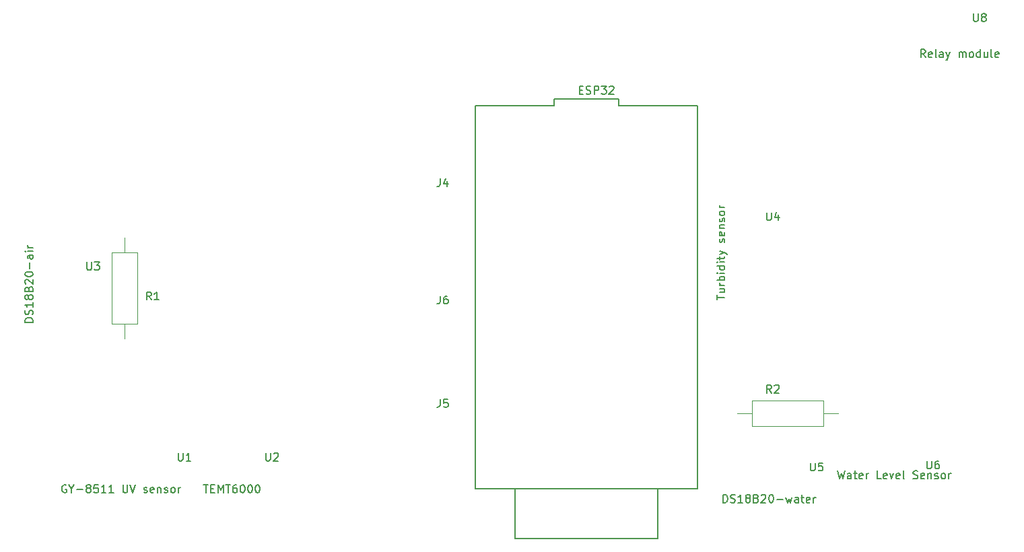
<source format=gbr>
%TF.GenerationSoftware,KiCad,Pcbnew,7.0.9*%
%TF.CreationDate,2024-02-04T14:24:30+02:00*%
%TF.ProjectId,Liubomir_Stanev_project,4c697562-6f6d-4697-925f-5374616e6576,rev?*%
%TF.SameCoordinates,Original*%
%TF.FileFunction,AssemblyDrawing,Top*%
%FSLAX46Y46*%
G04 Gerber Fmt 4.6, Leading zero omitted, Abs format (unit mm)*
G04 Created by KiCad (PCBNEW 7.0.9) date 2024-02-04 14:24:30*
%MOMM*%
%LPD*%
G01*
G04 APERTURE LIST*
%ADD10C,0.150000*%
%ADD11C,0.100000*%
%ADD12C,0.127000*%
G04 APERTURE END LIST*
D10*
X141238095Y-106454819D02*
X141238095Y-105454819D01*
X141238095Y-105454819D02*
X141476190Y-105454819D01*
X141476190Y-105454819D02*
X141619047Y-105502438D01*
X141619047Y-105502438D02*
X141714285Y-105597676D01*
X141714285Y-105597676D02*
X141761904Y-105692914D01*
X141761904Y-105692914D02*
X141809523Y-105883390D01*
X141809523Y-105883390D02*
X141809523Y-106026247D01*
X141809523Y-106026247D02*
X141761904Y-106216723D01*
X141761904Y-106216723D02*
X141714285Y-106311961D01*
X141714285Y-106311961D02*
X141619047Y-106407200D01*
X141619047Y-106407200D02*
X141476190Y-106454819D01*
X141476190Y-106454819D02*
X141238095Y-106454819D01*
X142190476Y-106407200D02*
X142333333Y-106454819D01*
X142333333Y-106454819D02*
X142571428Y-106454819D01*
X142571428Y-106454819D02*
X142666666Y-106407200D01*
X142666666Y-106407200D02*
X142714285Y-106359580D01*
X142714285Y-106359580D02*
X142761904Y-106264342D01*
X142761904Y-106264342D02*
X142761904Y-106169104D01*
X142761904Y-106169104D02*
X142714285Y-106073866D01*
X142714285Y-106073866D02*
X142666666Y-106026247D01*
X142666666Y-106026247D02*
X142571428Y-105978628D01*
X142571428Y-105978628D02*
X142380952Y-105931009D01*
X142380952Y-105931009D02*
X142285714Y-105883390D01*
X142285714Y-105883390D02*
X142238095Y-105835771D01*
X142238095Y-105835771D02*
X142190476Y-105740533D01*
X142190476Y-105740533D02*
X142190476Y-105645295D01*
X142190476Y-105645295D02*
X142238095Y-105550057D01*
X142238095Y-105550057D02*
X142285714Y-105502438D01*
X142285714Y-105502438D02*
X142380952Y-105454819D01*
X142380952Y-105454819D02*
X142619047Y-105454819D01*
X142619047Y-105454819D02*
X142761904Y-105502438D01*
X143714285Y-106454819D02*
X143142857Y-106454819D01*
X143428571Y-106454819D02*
X143428571Y-105454819D01*
X143428571Y-105454819D02*
X143333333Y-105597676D01*
X143333333Y-105597676D02*
X143238095Y-105692914D01*
X143238095Y-105692914D02*
X143142857Y-105740533D01*
X144285714Y-105883390D02*
X144190476Y-105835771D01*
X144190476Y-105835771D02*
X144142857Y-105788152D01*
X144142857Y-105788152D02*
X144095238Y-105692914D01*
X144095238Y-105692914D02*
X144095238Y-105645295D01*
X144095238Y-105645295D02*
X144142857Y-105550057D01*
X144142857Y-105550057D02*
X144190476Y-105502438D01*
X144190476Y-105502438D02*
X144285714Y-105454819D01*
X144285714Y-105454819D02*
X144476190Y-105454819D01*
X144476190Y-105454819D02*
X144571428Y-105502438D01*
X144571428Y-105502438D02*
X144619047Y-105550057D01*
X144619047Y-105550057D02*
X144666666Y-105645295D01*
X144666666Y-105645295D02*
X144666666Y-105692914D01*
X144666666Y-105692914D02*
X144619047Y-105788152D01*
X144619047Y-105788152D02*
X144571428Y-105835771D01*
X144571428Y-105835771D02*
X144476190Y-105883390D01*
X144476190Y-105883390D02*
X144285714Y-105883390D01*
X144285714Y-105883390D02*
X144190476Y-105931009D01*
X144190476Y-105931009D02*
X144142857Y-105978628D01*
X144142857Y-105978628D02*
X144095238Y-106073866D01*
X144095238Y-106073866D02*
X144095238Y-106264342D01*
X144095238Y-106264342D02*
X144142857Y-106359580D01*
X144142857Y-106359580D02*
X144190476Y-106407200D01*
X144190476Y-106407200D02*
X144285714Y-106454819D01*
X144285714Y-106454819D02*
X144476190Y-106454819D01*
X144476190Y-106454819D02*
X144571428Y-106407200D01*
X144571428Y-106407200D02*
X144619047Y-106359580D01*
X144619047Y-106359580D02*
X144666666Y-106264342D01*
X144666666Y-106264342D02*
X144666666Y-106073866D01*
X144666666Y-106073866D02*
X144619047Y-105978628D01*
X144619047Y-105978628D02*
X144571428Y-105931009D01*
X144571428Y-105931009D02*
X144476190Y-105883390D01*
X145428571Y-105931009D02*
X145571428Y-105978628D01*
X145571428Y-105978628D02*
X145619047Y-106026247D01*
X145619047Y-106026247D02*
X145666666Y-106121485D01*
X145666666Y-106121485D02*
X145666666Y-106264342D01*
X145666666Y-106264342D02*
X145619047Y-106359580D01*
X145619047Y-106359580D02*
X145571428Y-106407200D01*
X145571428Y-106407200D02*
X145476190Y-106454819D01*
X145476190Y-106454819D02*
X145095238Y-106454819D01*
X145095238Y-106454819D02*
X145095238Y-105454819D01*
X145095238Y-105454819D02*
X145428571Y-105454819D01*
X145428571Y-105454819D02*
X145523809Y-105502438D01*
X145523809Y-105502438D02*
X145571428Y-105550057D01*
X145571428Y-105550057D02*
X145619047Y-105645295D01*
X145619047Y-105645295D02*
X145619047Y-105740533D01*
X145619047Y-105740533D02*
X145571428Y-105835771D01*
X145571428Y-105835771D02*
X145523809Y-105883390D01*
X145523809Y-105883390D02*
X145428571Y-105931009D01*
X145428571Y-105931009D02*
X145095238Y-105931009D01*
X146047619Y-105550057D02*
X146095238Y-105502438D01*
X146095238Y-105502438D02*
X146190476Y-105454819D01*
X146190476Y-105454819D02*
X146428571Y-105454819D01*
X146428571Y-105454819D02*
X146523809Y-105502438D01*
X146523809Y-105502438D02*
X146571428Y-105550057D01*
X146571428Y-105550057D02*
X146619047Y-105645295D01*
X146619047Y-105645295D02*
X146619047Y-105740533D01*
X146619047Y-105740533D02*
X146571428Y-105883390D01*
X146571428Y-105883390D02*
X146000000Y-106454819D01*
X146000000Y-106454819D02*
X146619047Y-106454819D01*
X147238095Y-105454819D02*
X147333333Y-105454819D01*
X147333333Y-105454819D02*
X147428571Y-105502438D01*
X147428571Y-105502438D02*
X147476190Y-105550057D01*
X147476190Y-105550057D02*
X147523809Y-105645295D01*
X147523809Y-105645295D02*
X147571428Y-105835771D01*
X147571428Y-105835771D02*
X147571428Y-106073866D01*
X147571428Y-106073866D02*
X147523809Y-106264342D01*
X147523809Y-106264342D02*
X147476190Y-106359580D01*
X147476190Y-106359580D02*
X147428571Y-106407200D01*
X147428571Y-106407200D02*
X147333333Y-106454819D01*
X147333333Y-106454819D02*
X147238095Y-106454819D01*
X147238095Y-106454819D02*
X147142857Y-106407200D01*
X147142857Y-106407200D02*
X147095238Y-106359580D01*
X147095238Y-106359580D02*
X147047619Y-106264342D01*
X147047619Y-106264342D02*
X147000000Y-106073866D01*
X147000000Y-106073866D02*
X147000000Y-105835771D01*
X147000000Y-105835771D02*
X147047619Y-105645295D01*
X147047619Y-105645295D02*
X147095238Y-105550057D01*
X147095238Y-105550057D02*
X147142857Y-105502438D01*
X147142857Y-105502438D02*
X147238095Y-105454819D01*
X148000000Y-106073866D02*
X148761905Y-106073866D01*
X149142857Y-105788152D02*
X149333333Y-106454819D01*
X149333333Y-106454819D02*
X149523809Y-105978628D01*
X149523809Y-105978628D02*
X149714285Y-106454819D01*
X149714285Y-106454819D02*
X149904761Y-105788152D01*
X150714285Y-106454819D02*
X150714285Y-105931009D01*
X150714285Y-105931009D02*
X150666666Y-105835771D01*
X150666666Y-105835771D02*
X150571428Y-105788152D01*
X150571428Y-105788152D02*
X150380952Y-105788152D01*
X150380952Y-105788152D02*
X150285714Y-105835771D01*
X150714285Y-106407200D02*
X150619047Y-106454819D01*
X150619047Y-106454819D02*
X150380952Y-106454819D01*
X150380952Y-106454819D02*
X150285714Y-106407200D01*
X150285714Y-106407200D02*
X150238095Y-106311961D01*
X150238095Y-106311961D02*
X150238095Y-106216723D01*
X150238095Y-106216723D02*
X150285714Y-106121485D01*
X150285714Y-106121485D02*
X150380952Y-106073866D01*
X150380952Y-106073866D02*
X150619047Y-106073866D01*
X150619047Y-106073866D02*
X150714285Y-106026247D01*
X151047619Y-105788152D02*
X151428571Y-105788152D01*
X151190476Y-105454819D02*
X151190476Y-106311961D01*
X151190476Y-106311961D02*
X151238095Y-106407200D01*
X151238095Y-106407200D02*
X151333333Y-106454819D01*
X151333333Y-106454819D02*
X151428571Y-106454819D01*
X152142857Y-106407200D02*
X152047619Y-106454819D01*
X152047619Y-106454819D02*
X151857143Y-106454819D01*
X151857143Y-106454819D02*
X151761905Y-106407200D01*
X151761905Y-106407200D02*
X151714286Y-106311961D01*
X151714286Y-106311961D02*
X151714286Y-105931009D01*
X151714286Y-105931009D02*
X151761905Y-105835771D01*
X151761905Y-105835771D02*
X151857143Y-105788152D01*
X151857143Y-105788152D02*
X152047619Y-105788152D01*
X152047619Y-105788152D02*
X152142857Y-105835771D01*
X152142857Y-105835771D02*
X152190476Y-105931009D01*
X152190476Y-105931009D02*
X152190476Y-106026247D01*
X152190476Y-106026247D02*
X151714286Y-106121485D01*
X152619048Y-106454819D02*
X152619048Y-105788152D01*
X152619048Y-105978628D02*
X152666667Y-105883390D01*
X152666667Y-105883390D02*
X152714286Y-105835771D01*
X152714286Y-105835771D02*
X152809524Y-105788152D01*
X152809524Y-105788152D02*
X152904762Y-105788152D01*
X152238095Y-101454819D02*
X152238095Y-102264342D01*
X152238095Y-102264342D02*
X152285714Y-102359580D01*
X152285714Y-102359580D02*
X152333333Y-102407200D01*
X152333333Y-102407200D02*
X152428571Y-102454819D01*
X152428571Y-102454819D02*
X152619047Y-102454819D01*
X152619047Y-102454819D02*
X152714285Y-102407200D01*
X152714285Y-102407200D02*
X152761904Y-102359580D01*
X152761904Y-102359580D02*
X152809523Y-102264342D01*
X152809523Y-102264342D02*
X152809523Y-101454819D01*
X153761904Y-101454819D02*
X153285714Y-101454819D01*
X153285714Y-101454819D02*
X153238095Y-101931009D01*
X153238095Y-101931009D02*
X153285714Y-101883390D01*
X153285714Y-101883390D02*
X153380952Y-101835771D01*
X153380952Y-101835771D02*
X153619047Y-101835771D01*
X153619047Y-101835771D02*
X153714285Y-101883390D01*
X153714285Y-101883390D02*
X153761904Y-101931009D01*
X153761904Y-101931009D02*
X153809523Y-102026247D01*
X153809523Y-102026247D02*
X153809523Y-102264342D01*
X153809523Y-102264342D02*
X153761904Y-102359580D01*
X153761904Y-102359580D02*
X153714285Y-102407200D01*
X153714285Y-102407200D02*
X153619047Y-102454819D01*
X153619047Y-102454819D02*
X153380952Y-102454819D01*
X153380952Y-102454819D02*
X153285714Y-102407200D01*
X153285714Y-102407200D02*
X153238095Y-102359580D01*
X69333333Y-80954819D02*
X69000000Y-80478628D01*
X68761905Y-80954819D02*
X68761905Y-79954819D01*
X68761905Y-79954819D02*
X69142857Y-79954819D01*
X69142857Y-79954819D02*
X69238095Y-80002438D01*
X69238095Y-80002438D02*
X69285714Y-80050057D01*
X69285714Y-80050057D02*
X69333333Y-80145295D01*
X69333333Y-80145295D02*
X69333333Y-80288152D01*
X69333333Y-80288152D02*
X69285714Y-80383390D01*
X69285714Y-80383390D02*
X69238095Y-80431009D01*
X69238095Y-80431009D02*
X69142857Y-80478628D01*
X69142857Y-80478628D02*
X68761905Y-80478628D01*
X70285714Y-80954819D02*
X69714286Y-80954819D01*
X70000000Y-80954819D02*
X70000000Y-79954819D01*
X70000000Y-79954819D02*
X69904762Y-80097676D01*
X69904762Y-80097676D02*
X69809524Y-80192914D01*
X69809524Y-80192914D02*
X69714286Y-80240533D01*
X105666666Y-65704819D02*
X105666666Y-66419104D01*
X105666666Y-66419104D02*
X105619047Y-66561961D01*
X105619047Y-66561961D02*
X105523809Y-66657200D01*
X105523809Y-66657200D02*
X105380952Y-66704819D01*
X105380952Y-66704819D02*
X105285714Y-66704819D01*
X106571428Y-66038152D02*
X106571428Y-66704819D01*
X106333333Y-65657200D02*
X106095238Y-66371485D01*
X106095238Y-66371485D02*
X106714285Y-66371485D01*
X75904762Y-104204819D02*
X76476190Y-104204819D01*
X76190476Y-105204819D02*
X76190476Y-104204819D01*
X76809524Y-104681009D02*
X77142857Y-104681009D01*
X77285714Y-105204819D02*
X76809524Y-105204819D01*
X76809524Y-105204819D02*
X76809524Y-104204819D01*
X76809524Y-104204819D02*
X77285714Y-104204819D01*
X77714286Y-105204819D02*
X77714286Y-104204819D01*
X77714286Y-104204819D02*
X78047619Y-104919104D01*
X78047619Y-104919104D02*
X78380952Y-104204819D01*
X78380952Y-104204819D02*
X78380952Y-105204819D01*
X78714286Y-104204819D02*
X79285714Y-104204819D01*
X79000000Y-105204819D02*
X79000000Y-104204819D01*
X80047619Y-104204819D02*
X79857143Y-104204819D01*
X79857143Y-104204819D02*
X79761905Y-104252438D01*
X79761905Y-104252438D02*
X79714286Y-104300057D01*
X79714286Y-104300057D02*
X79619048Y-104442914D01*
X79619048Y-104442914D02*
X79571429Y-104633390D01*
X79571429Y-104633390D02*
X79571429Y-105014342D01*
X79571429Y-105014342D02*
X79619048Y-105109580D01*
X79619048Y-105109580D02*
X79666667Y-105157200D01*
X79666667Y-105157200D02*
X79761905Y-105204819D01*
X79761905Y-105204819D02*
X79952381Y-105204819D01*
X79952381Y-105204819D02*
X80047619Y-105157200D01*
X80047619Y-105157200D02*
X80095238Y-105109580D01*
X80095238Y-105109580D02*
X80142857Y-105014342D01*
X80142857Y-105014342D02*
X80142857Y-104776247D01*
X80142857Y-104776247D02*
X80095238Y-104681009D01*
X80095238Y-104681009D02*
X80047619Y-104633390D01*
X80047619Y-104633390D02*
X79952381Y-104585771D01*
X79952381Y-104585771D02*
X79761905Y-104585771D01*
X79761905Y-104585771D02*
X79666667Y-104633390D01*
X79666667Y-104633390D02*
X79619048Y-104681009D01*
X79619048Y-104681009D02*
X79571429Y-104776247D01*
X80761905Y-104204819D02*
X80857143Y-104204819D01*
X80857143Y-104204819D02*
X80952381Y-104252438D01*
X80952381Y-104252438D02*
X81000000Y-104300057D01*
X81000000Y-104300057D02*
X81047619Y-104395295D01*
X81047619Y-104395295D02*
X81095238Y-104585771D01*
X81095238Y-104585771D02*
X81095238Y-104823866D01*
X81095238Y-104823866D02*
X81047619Y-105014342D01*
X81047619Y-105014342D02*
X81000000Y-105109580D01*
X81000000Y-105109580D02*
X80952381Y-105157200D01*
X80952381Y-105157200D02*
X80857143Y-105204819D01*
X80857143Y-105204819D02*
X80761905Y-105204819D01*
X80761905Y-105204819D02*
X80666667Y-105157200D01*
X80666667Y-105157200D02*
X80619048Y-105109580D01*
X80619048Y-105109580D02*
X80571429Y-105014342D01*
X80571429Y-105014342D02*
X80523810Y-104823866D01*
X80523810Y-104823866D02*
X80523810Y-104585771D01*
X80523810Y-104585771D02*
X80571429Y-104395295D01*
X80571429Y-104395295D02*
X80619048Y-104300057D01*
X80619048Y-104300057D02*
X80666667Y-104252438D01*
X80666667Y-104252438D02*
X80761905Y-104204819D01*
X81714286Y-104204819D02*
X81809524Y-104204819D01*
X81809524Y-104204819D02*
X81904762Y-104252438D01*
X81904762Y-104252438D02*
X81952381Y-104300057D01*
X81952381Y-104300057D02*
X82000000Y-104395295D01*
X82000000Y-104395295D02*
X82047619Y-104585771D01*
X82047619Y-104585771D02*
X82047619Y-104823866D01*
X82047619Y-104823866D02*
X82000000Y-105014342D01*
X82000000Y-105014342D02*
X81952381Y-105109580D01*
X81952381Y-105109580D02*
X81904762Y-105157200D01*
X81904762Y-105157200D02*
X81809524Y-105204819D01*
X81809524Y-105204819D02*
X81714286Y-105204819D01*
X81714286Y-105204819D02*
X81619048Y-105157200D01*
X81619048Y-105157200D02*
X81571429Y-105109580D01*
X81571429Y-105109580D02*
X81523810Y-105014342D01*
X81523810Y-105014342D02*
X81476191Y-104823866D01*
X81476191Y-104823866D02*
X81476191Y-104585771D01*
X81476191Y-104585771D02*
X81523810Y-104395295D01*
X81523810Y-104395295D02*
X81571429Y-104300057D01*
X81571429Y-104300057D02*
X81619048Y-104252438D01*
X81619048Y-104252438D02*
X81714286Y-104204819D01*
X82666667Y-104204819D02*
X82761905Y-104204819D01*
X82761905Y-104204819D02*
X82857143Y-104252438D01*
X82857143Y-104252438D02*
X82904762Y-104300057D01*
X82904762Y-104300057D02*
X82952381Y-104395295D01*
X82952381Y-104395295D02*
X83000000Y-104585771D01*
X83000000Y-104585771D02*
X83000000Y-104823866D01*
X83000000Y-104823866D02*
X82952381Y-105014342D01*
X82952381Y-105014342D02*
X82904762Y-105109580D01*
X82904762Y-105109580D02*
X82857143Y-105157200D01*
X82857143Y-105157200D02*
X82761905Y-105204819D01*
X82761905Y-105204819D02*
X82666667Y-105204819D01*
X82666667Y-105204819D02*
X82571429Y-105157200D01*
X82571429Y-105157200D02*
X82523810Y-105109580D01*
X82523810Y-105109580D02*
X82476191Y-105014342D01*
X82476191Y-105014342D02*
X82428572Y-104823866D01*
X82428572Y-104823866D02*
X82428572Y-104585771D01*
X82428572Y-104585771D02*
X82476191Y-104395295D01*
X82476191Y-104395295D02*
X82523810Y-104300057D01*
X82523810Y-104300057D02*
X82571429Y-104252438D01*
X82571429Y-104252438D02*
X82666667Y-104204819D01*
X83738095Y-100204819D02*
X83738095Y-101014342D01*
X83738095Y-101014342D02*
X83785714Y-101109580D01*
X83785714Y-101109580D02*
X83833333Y-101157200D01*
X83833333Y-101157200D02*
X83928571Y-101204819D01*
X83928571Y-101204819D02*
X84119047Y-101204819D01*
X84119047Y-101204819D02*
X84214285Y-101157200D01*
X84214285Y-101157200D02*
X84261904Y-101109580D01*
X84261904Y-101109580D02*
X84309523Y-101014342D01*
X84309523Y-101014342D02*
X84309523Y-100204819D01*
X84738095Y-100300057D02*
X84785714Y-100252438D01*
X84785714Y-100252438D02*
X84880952Y-100204819D01*
X84880952Y-100204819D02*
X85119047Y-100204819D01*
X85119047Y-100204819D02*
X85214285Y-100252438D01*
X85214285Y-100252438D02*
X85261904Y-100300057D01*
X85261904Y-100300057D02*
X85309523Y-100395295D01*
X85309523Y-100395295D02*
X85309523Y-100490533D01*
X85309523Y-100490533D02*
X85261904Y-100633390D01*
X85261904Y-100633390D02*
X84690476Y-101204819D01*
X84690476Y-101204819D02*
X85309523Y-101204819D01*
X166690475Y-50454819D02*
X166357142Y-49978628D01*
X166119047Y-50454819D02*
X166119047Y-49454819D01*
X166119047Y-49454819D02*
X166499999Y-49454819D01*
X166499999Y-49454819D02*
X166595237Y-49502438D01*
X166595237Y-49502438D02*
X166642856Y-49550057D01*
X166642856Y-49550057D02*
X166690475Y-49645295D01*
X166690475Y-49645295D02*
X166690475Y-49788152D01*
X166690475Y-49788152D02*
X166642856Y-49883390D01*
X166642856Y-49883390D02*
X166595237Y-49931009D01*
X166595237Y-49931009D02*
X166499999Y-49978628D01*
X166499999Y-49978628D02*
X166119047Y-49978628D01*
X167499999Y-50407200D02*
X167404761Y-50454819D01*
X167404761Y-50454819D02*
X167214285Y-50454819D01*
X167214285Y-50454819D02*
X167119047Y-50407200D01*
X167119047Y-50407200D02*
X167071428Y-50311961D01*
X167071428Y-50311961D02*
X167071428Y-49931009D01*
X167071428Y-49931009D02*
X167119047Y-49835771D01*
X167119047Y-49835771D02*
X167214285Y-49788152D01*
X167214285Y-49788152D02*
X167404761Y-49788152D01*
X167404761Y-49788152D02*
X167499999Y-49835771D01*
X167499999Y-49835771D02*
X167547618Y-49931009D01*
X167547618Y-49931009D02*
X167547618Y-50026247D01*
X167547618Y-50026247D02*
X167071428Y-50121485D01*
X168119047Y-50454819D02*
X168023809Y-50407200D01*
X168023809Y-50407200D02*
X167976190Y-50311961D01*
X167976190Y-50311961D02*
X167976190Y-49454819D01*
X168928571Y-50454819D02*
X168928571Y-49931009D01*
X168928571Y-49931009D02*
X168880952Y-49835771D01*
X168880952Y-49835771D02*
X168785714Y-49788152D01*
X168785714Y-49788152D02*
X168595238Y-49788152D01*
X168595238Y-49788152D02*
X168500000Y-49835771D01*
X168928571Y-50407200D02*
X168833333Y-50454819D01*
X168833333Y-50454819D02*
X168595238Y-50454819D01*
X168595238Y-50454819D02*
X168500000Y-50407200D01*
X168500000Y-50407200D02*
X168452381Y-50311961D01*
X168452381Y-50311961D02*
X168452381Y-50216723D01*
X168452381Y-50216723D02*
X168500000Y-50121485D01*
X168500000Y-50121485D02*
X168595238Y-50073866D01*
X168595238Y-50073866D02*
X168833333Y-50073866D01*
X168833333Y-50073866D02*
X168928571Y-50026247D01*
X169309524Y-49788152D02*
X169547619Y-50454819D01*
X169785714Y-49788152D02*
X169547619Y-50454819D01*
X169547619Y-50454819D02*
X169452381Y-50692914D01*
X169452381Y-50692914D02*
X169404762Y-50740533D01*
X169404762Y-50740533D02*
X169309524Y-50788152D01*
X170928572Y-50454819D02*
X170928572Y-49788152D01*
X170928572Y-49883390D02*
X170976191Y-49835771D01*
X170976191Y-49835771D02*
X171071429Y-49788152D01*
X171071429Y-49788152D02*
X171214286Y-49788152D01*
X171214286Y-49788152D02*
X171309524Y-49835771D01*
X171309524Y-49835771D02*
X171357143Y-49931009D01*
X171357143Y-49931009D02*
X171357143Y-50454819D01*
X171357143Y-49931009D02*
X171404762Y-49835771D01*
X171404762Y-49835771D02*
X171500000Y-49788152D01*
X171500000Y-49788152D02*
X171642857Y-49788152D01*
X171642857Y-49788152D02*
X171738096Y-49835771D01*
X171738096Y-49835771D02*
X171785715Y-49931009D01*
X171785715Y-49931009D02*
X171785715Y-50454819D01*
X172404762Y-50454819D02*
X172309524Y-50407200D01*
X172309524Y-50407200D02*
X172261905Y-50359580D01*
X172261905Y-50359580D02*
X172214286Y-50264342D01*
X172214286Y-50264342D02*
X172214286Y-49978628D01*
X172214286Y-49978628D02*
X172261905Y-49883390D01*
X172261905Y-49883390D02*
X172309524Y-49835771D01*
X172309524Y-49835771D02*
X172404762Y-49788152D01*
X172404762Y-49788152D02*
X172547619Y-49788152D01*
X172547619Y-49788152D02*
X172642857Y-49835771D01*
X172642857Y-49835771D02*
X172690476Y-49883390D01*
X172690476Y-49883390D02*
X172738095Y-49978628D01*
X172738095Y-49978628D02*
X172738095Y-50264342D01*
X172738095Y-50264342D02*
X172690476Y-50359580D01*
X172690476Y-50359580D02*
X172642857Y-50407200D01*
X172642857Y-50407200D02*
X172547619Y-50454819D01*
X172547619Y-50454819D02*
X172404762Y-50454819D01*
X173595238Y-50454819D02*
X173595238Y-49454819D01*
X173595238Y-50407200D02*
X173500000Y-50454819D01*
X173500000Y-50454819D02*
X173309524Y-50454819D01*
X173309524Y-50454819D02*
X173214286Y-50407200D01*
X173214286Y-50407200D02*
X173166667Y-50359580D01*
X173166667Y-50359580D02*
X173119048Y-50264342D01*
X173119048Y-50264342D02*
X173119048Y-49978628D01*
X173119048Y-49978628D02*
X173166667Y-49883390D01*
X173166667Y-49883390D02*
X173214286Y-49835771D01*
X173214286Y-49835771D02*
X173309524Y-49788152D01*
X173309524Y-49788152D02*
X173500000Y-49788152D01*
X173500000Y-49788152D02*
X173595238Y-49835771D01*
X174500000Y-49788152D02*
X174500000Y-50454819D01*
X174071429Y-49788152D02*
X174071429Y-50311961D01*
X174071429Y-50311961D02*
X174119048Y-50407200D01*
X174119048Y-50407200D02*
X174214286Y-50454819D01*
X174214286Y-50454819D02*
X174357143Y-50454819D01*
X174357143Y-50454819D02*
X174452381Y-50407200D01*
X174452381Y-50407200D02*
X174500000Y-50359580D01*
X175119048Y-50454819D02*
X175023810Y-50407200D01*
X175023810Y-50407200D02*
X174976191Y-50311961D01*
X174976191Y-50311961D02*
X174976191Y-49454819D01*
X175880953Y-50407200D02*
X175785715Y-50454819D01*
X175785715Y-50454819D02*
X175595239Y-50454819D01*
X175595239Y-50454819D02*
X175500001Y-50407200D01*
X175500001Y-50407200D02*
X175452382Y-50311961D01*
X175452382Y-50311961D02*
X175452382Y-49931009D01*
X175452382Y-49931009D02*
X175500001Y-49835771D01*
X175500001Y-49835771D02*
X175595239Y-49788152D01*
X175595239Y-49788152D02*
X175785715Y-49788152D01*
X175785715Y-49788152D02*
X175880953Y-49835771D01*
X175880953Y-49835771D02*
X175928572Y-49931009D01*
X175928572Y-49931009D02*
X175928572Y-50026247D01*
X175928572Y-50026247D02*
X175452382Y-50121485D01*
X172738095Y-44954819D02*
X172738095Y-45764342D01*
X172738095Y-45764342D02*
X172785714Y-45859580D01*
X172785714Y-45859580D02*
X172833333Y-45907200D01*
X172833333Y-45907200D02*
X172928571Y-45954819D01*
X172928571Y-45954819D02*
X173119047Y-45954819D01*
X173119047Y-45954819D02*
X173214285Y-45907200D01*
X173214285Y-45907200D02*
X173261904Y-45859580D01*
X173261904Y-45859580D02*
X173309523Y-45764342D01*
X173309523Y-45764342D02*
X173309523Y-44954819D01*
X173928571Y-45383390D02*
X173833333Y-45335771D01*
X173833333Y-45335771D02*
X173785714Y-45288152D01*
X173785714Y-45288152D02*
X173738095Y-45192914D01*
X173738095Y-45192914D02*
X173738095Y-45145295D01*
X173738095Y-45145295D02*
X173785714Y-45050057D01*
X173785714Y-45050057D02*
X173833333Y-45002438D01*
X173833333Y-45002438D02*
X173928571Y-44954819D01*
X173928571Y-44954819D02*
X174119047Y-44954819D01*
X174119047Y-44954819D02*
X174214285Y-45002438D01*
X174214285Y-45002438D02*
X174261904Y-45050057D01*
X174261904Y-45050057D02*
X174309523Y-45145295D01*
X174309523Y-45145295D02*
X174309523Y-45192914D01*
X174309523Y-45192914D02*
X174261904Y-45288152D01*
X174261904Y-45288152D02*
X174214285Y-45335771D01*
X174214285Y-45335771D02*
X174119047Y-45383390D01*
X174119047Y-45383390D02*
X173928571Y-45383390D01*
X173928571Y-45383390D02*
X173833333Y-45431009D01*
X173833333Y-45431009D02*
X173785714Y-45478628D01*
X173785714Y-45478628D02*
X173738095Y-45573866D01*
X173738095Y-45573866D02*
X173738095Y-45764342D01*
X173738095Y-45764342D02*
X173785714Y-45859580D01*
X173785714Y-45859580D02*
X173833333Y-45907200D01*
X173833333Y-45907200D02*
X173928571Y-45954819D01*
X173928571Y-45954819D02*
X174119047Y-45954819D01*
X174119047Y-45954819D02*
X174214285Y-45907200D01*
X174214285Y-45907200D02*
X174261904Y-45859580D01*
X174261904Y-45859580D02*
X174309523Y-45764342D01*
X174309523Y-45764342D02*
X174309523Y-45573866D01*
X174309523Y-45573866D02*
X174261904Y-45478628D01*
X174261904Y-45478628D02*
X174214285Y-45431009D01*
X174214285Y-45431009D02*
X174119047Y-45383390D01*
X123177143Y-54546009D02*
X123510476Y-54546009D01*
X123653333Y-55069819D02*
X123177143Y-55069819D01*
X123177143Y-55069819D02*
X123177143Y-54069819D01*
X123177143Y-54069819D02*
X123653333Y-54069819D01*
X124034286Y-55022200D02*
X124177143Y-55069819D01*
X124177143Y-55069819D02*
X124415238Y-55069819D01*
X124415238Y-55069819D02*
X124510476Y-55022200D01*
X124510476Y-55022200D02*
X124558095Y-54974580D01*
X124558095Y-54974580D02*
X124605714Y-54879342D01*
X124605714Y-54879342D02*
X124605714Y-54784104D01*
X124605714Y-54784104D02*
X124558095Y-54688866D01*
X124558095Y-54688866D02*
X124510476Y-54641247D01*
X124510476Y-54641247D02*
X124415238Y-54593628D01*
X124415238Y-54593628D02*
X124224762Y-54546009D01*
X124224762Y-54546009D02*
X124129524Y-54498390D01*
X124129524Y-54498390D02*
X124081905Y-54450771D01*
X124081905Y-54450771D02*
X124034286Y-54355533D01*
X124034286Y-54355533D02*
X124034286Y-54260295D01*
X124034286Y-54260295D02*
X124081905Y-54165057D01*
X124081905Y-54165057D02*
X124129524Y-54117438D01*
X124129524Y-54117438D02*
X124224762Y-54069819D01*
X124224762Y-54069819D02*
X124462857Y-54069819D01*
X124462857Y-54069819D02*
X124605714Y-54117438D01*
X125034286Y-55069819D02*
X125034286Y-54069819D01*
X125034286Y-54069819D02*
X125415238Y-54069819D01*
X125415238Y-54069819D02*
X125510476Y-54117438D01*
X125510476Y-54117438D02*
X125558095Y-54165057D01*
X125558095Y-54165057D02*
X125605714Y-54260295D01*
X125605714Y-54260295D02*
X125605714Y-54403152D01*
X125605714Y-54403152D02*
X125558095Y-54498390D01*
X125558095Y-54498390D02*
X125510476Y-54546009D01*
X125510476Y-54546009D02*
X125415238Y-54593628D01*
X125415238Y-54593628D02*
X125034286Y-54593628D01*
X125939048Y-54069819D02*
X126558095Y-54069819D01*
X126558095Y-54069819D02*
X126224762Y-54450771D01*
X126224762Y-54450771D02*
X126367619Y-54450771D01*
X126367619Y-54450771D02*
X126462857Y-54498390D01*
X126462857Y-54498390D02*
X126510476Y-54546009D01*
X126510476Y-54546009D02*
X126558095Y-54641247D01*
X126558095Y-54641247D02*
X126558095Y-54879342D01*
X126558095Y-54879342D02*
X126510476Y-54974580D01*
X126510476Y-54974580D02*
X126462857Y-55022200D01*
X126462857Y-55022200D02*
X126367619Y-55069819D01*
X126367619Y-55069819D02*
X126081905Y-55069819D01*
X126081905Y-55069819D02*
X125986667Y-55022200D01*
X125986667Y-55022200D02*
X125939048Y-54974580D01*
X126939048Y-54165057D02*
X126986667Y-54117438D01*
X126986667Y-54117438D02*
X127081905Y-54069819D01*
X127081905Y-54069819D02*
X127320000Y-54069819D01*
X127320000Y-54069819D02*
X127415238Y-54117438D01*
X127415238Y-54117438D02*
X127462857Y-54165057D01*
X127462857Y-54165057D02*
X127510476Y-54260295D01*
X127510476Y-54260295D02*
X127510476Y-54355533D01*
X127510476Y-54355533D02*
X127462857Y-54498390D01*
X127462857Y-54498390D02*
X126891429Y-55069819D01*
X126891429Y-55069819D02*
X127510476Y-55069819D01*
X105666666Y-80454819D02*
X105666666Y-81169104D01*
X105666666Y-81169104D02*
X105619047Y-81311961D01*
X105619047Y-81311961D02*
X105523809Y-81407200D01*
X105523809Y-81407200D02*
X105380952Y-81454819D01*
X105380952Y-81454819D02*
X105285714Y-81454819D01*
X106571428Y-80454819D02*
X106380952Y-80454819D01*
X106380952Y-80454819D02*
X106285714Y-80502438D01*
X106285714Y-80502438D02*
X106238095Y-80550057D01*
X106238095Y-80550057D02*
X106142857Y-80692914D01*
X106142857Y-80692914D02*
X106095238Y-80883390D01*
X106095238Y-80883390D02*
X106095238Y-81264342D01*
X106095238Y-81264342D02*
X106142857Y-81359580D01*
X106142857Y-81359580D02*
X106190476Y-81407200D01*
X106190476Y-81407200D02*
X106285714Y-81454819D01*
X106285714Y-81454819D02*
X106476190Y-81454819D01*
X106476190Y-81454819D02*
X106571428Y-81407200D01*
X106571428Y-81407200D02*
X106619047Y-81359580D01*
X106619047Y-81359580D02*
X106666666Y-81264342D01*
X106666666Y-81264342D02*
X106666666Y-81026247D01*
X106666666Y-81026247D02*
X106619047Y-80931009D01*
X106619047Y-80931009D02*
X106571428Y-80883390D01*
X106571428Y-80883390D02*
X106476190Y-80835771D01*
X106476190Y-80835771D02*
X106285714Y-80835771D01*
X106285714Y-80835771D02*
X106190476Y-80883390D01*
X106190476Y-80883390D02*
X106142857Y-80931009D01*
X106142857Y-80931009D02*
X106095238Y-81026247D01*
X105666666Y-93454819D02*
X105666666Y-94169104D01*
X105666666Y-94169104D02*
X105619047Y-94311961D01*
X105619047Y-94311961D02*
X105523809Y-94407200D01*
X105523809Y-94407200D02*
X105380952Y-94454819D01*
X105380952Y-94454819D02*
X105285714Y-94454819D01*
X106619047Y-93454819D02*
X106142857Y-93454819D01*
X106142857Y-93454819D02*
X106095238Y-93931009D01*
X106095238Y-93931009D02*
X106142857Y-93883390D01*
X106142857Y-93883390D02*
X106238095Y-93835771D01*
X106238095Y-93835771D02*
X106476190Y-93835771D01*
X106476190Y-93835771D02*
X106571428Y-93883390D01*
X106571428Y-93883390D02*
X106619047Y-93931009D01*
X106619047Y-93931009D02*
X106666666Y-94026247D01*
X106666666Y-94026247D02*
X106666666Y-94264342D01*
X106666666Y-94264342D02*
X106619047Y-94359580D01*
X106619047Y-94359580D02*
X106571428Y-94407200D01*
X106571428Y-94407200D02*
X106476190Y-94454819D01*
X106476190Y-94454819D02*
X106238095Y-94454819D01*
X106238095Y-94454819D02*
X106142857Y-94407200D01*
X106142857Y-94407200D02*
X106095238Y-94359580D01*
X147333333Y-92654819D02*
X147000000Y-92178628D01*
X146761905Y-92654819D02*
X146761905Y-91654819D01*
X146761905Y-91654819D02*
X147142857Y-91654819D01*
X147142857Y-91654819D02*
X147238095Y-91702438D01*
X147238095Y-91702438D02*
X147285714Y-91750057D01*
X147285714Y-91750057D02*
X147333333Y-91845295D01*
X147333333Y-91845295D02*
X147333333Y-91988152D01*
X147333333Y-91988152D02*
X147285714Y-92083390D01*
X147285714Y-92083390D02*
X147238095Y-92131009D01*
X147238095Y-92131009D02*
X147142857Y-92178628D01*
X147142857Y-92178628D02*
X146761905Y-92178628D01*
X147714286Y-91750057D02*
X147761905Y-91702438D01*
X147761905Y-91702438D02*
X147857143Y-91654819D01*
X147857143Y-91654819D02*
X148095238Y-91654819D01*
X148095238Y-91654819D02*
X148190476Y-91702438D01*
X148190476Y-91702438D02*
X148238095Y-91750057D01*
X148238095Y-91750057D02*
X148285714Y-91845295D01*
X148285714Y-91845295D02*
X148285714Y-91940533D01*
X148285714Y-91940533D02*
X148238095Y-92083390D01*
X148238095Y-92083390D02*
X147666667Y-92654819D01*
X147666667Y-92654819D02*
X148285714Y-92654819D01*
X155677760Y-102454819D02*
X155915855Y-103454819D01*
X155915855Y-103454819D02*
X156106331Y-102740533D01*
X156106331Y-102740533D02*
X156296807Y-103454819D01*
X156296807Y-103454819D02*
X156534903Y-102454819D01*
X157344426Y-103454819D02*
X157344426Y-102931009D01*
X157344426Y-102931009D02*
X157296807Y-102835771D01*
X157296807Y-102835771D02*
X157201569Y-102788152D01*
X157201569Y-102788152D02*
X157011093Y-102788152D01*
X157011093Y-102788152D02*
X156915855Y-102835771D01*
X157344426Y-103407200D02*
X157249188Y-103454819D01*
X157249188Y-103454819D02*
X157011093Y-103454819D01*
X157011093Y-103454819D02*
X156915855Y-103407200D01*
X156915855Y-103407200D02*
X156868236Y-103311961D01*
X156868236Y-103311961D02*
X156868236Y-103216723D01*
X156868236Y-103216723D02*
X156915855Y-103121485D01*
X156915855Y-103121485D02*
X157011093Y-103073866D01*
X157011093Y-103073866D02*
X157249188Y-103073866D01*
X157249188Y-103073866D02*
X157344426Y-103026247D01*
X157677760Y-102788152D02*
X158058712Y-102788152D01*
X157820617Y-102454819D02*
X157820617Y-103311961D01*
X157820617Y-103311961D02*
X157868236Y-103407200D01*
X157868236Y-103407200D02*
X157963474Y-103454819D01*
X157963474Y-103454819D02*
X158058712Y-103454819D01*
X158772998Y-103407200D02*
X158677760Y-103454819D01*
X158677760Y-103454819D02*
X158487284Y-103454819D01*
X158487284Y-103454819D02*
X158392046Y-103407200D01*
X158392046Y-103407200D02*
X158344427Y-103311961D01*
X158344427Y-103311961D02*
X158344427Y-102931009D01*
X158344427Y-102931009D02*
X158392046Y-102835771D01*
X158392046Y-102835771D02*
X158487284Y-102788152D01*
X158487284Y-102788152D02*
X158677760Y-102788152D01*
X158677760Y-102788152D02*
X158772998Y-102835771D01*
X158772998Y-102835771D02*
X158820617Y-102931009D01*
X158820617Y-102931009D02*
X158820617Y-103026247D01*
X158820617Y-103026247D02*
X158344427Y-103121485D01*
X159249189Y-103454819D02*
X159249189Y-102788152D01*
X159249189Y-102978628D02*
X159296808Y-102883390D01*
X159296808Y-102883390D02*
X159344427Y-102835771D01*
X159344427Y-102835771D02*
X159439665Y-102788152D01*
X159439665Y-102788152D02*
X159534903Y-102788152D01*
X161106332Y-103454819D02*
X160630142Y-103454819D01*
X160630142Y-103454819D02*
X160630142Y-102454819D01*
X161820618Y-103407200D02*
X161725380Y-103454819D01*
X161725380Y-103454819D02*
X161534904Y-103454819D01*
X161534904Y-103454819D02*
X161439666Y-103407200D01*
X161439666Y-103407200D02*
X161392047Y-103311961D01*
X161392047Y-103311961D02*
X161392047Y-102931009D01*
X161392047Y-102931009D02*
X161439666Y-102835771D01*
X161439666Y-102835771D02*
X161534904Y-102788152D01*
X161534904Y-102788152D02*
X161725380Y-102788152D01*
X161725380Y-102788152D02*
X161820618Y-102835771D01*
X161820618Y-102835771D02*
X161868237Y-102931009D01*
X161868237Y-102931009D02*
X161868237Y-103026247D01*
X161868237Y-103026247D02*
X161392047Y-103121485D01*
X162201571Y-102788152D02*
X162439666Y-103454819D01*
X162439666Y-103454819D02*
X162677761Y-102788152D01*
X163439666Y-103407200D02*
X163344428Y-103454819D01*
X163344428Y-103454819D02*
X163153952Y-103454819D01*
X163153952Y-103454819D02*
X163058714Y-103407200D01*
X163058714Y-103407200D02*
X163011095Y-103311961D01*
X163011095Y-103311961D02*
X163011095Y-102931009D01*
X163011095Y-102931009D02*
X163058714Y-102835771D01*
X163058714Y-102835771D02*
X163153952Y-102788152D01*
X163153952Y-102788152D02*
X163344428Y-102788152D01*
X163344428Y-102788152D02*
X163439666Y-102835771D01*
X163439666Y-102835771D02*
X163487285Y-102931009D01*
X163487285Y-102931009D02*
X163487285Y-103026247D01*
X163487285Y-103026247D02*
X163011095Y-103121485D01*
X164058714Y-103454819D02*
X163963476Y-103407200D01*
X163963476Y-103407200D02*
X163915857Y-103311961D01*
X163915857Y-103311961D02*
X163915857Y-102454819D01*
X165153953Y-103407200D02*
X165296810Y-103454819D01*
X165296810Y-103454819D02*
X165534905Y-103454819D01*
X165534905Y-103454819D02*
X165630143Y-103407200D01*
X165630143Y-103407200D02*
X165677762Y-103359580D01*
X165677762Y-103359580D02*
X165725381Y-103264342D01*
X165725381Y-103264342D02*
X165725381Y-103169104D01*
X165725381Y-103169104D02*
X165677762Y-103073866D01*
X165677762Y-103073866D02*
X165630143Y-103026247D01*
X165630143Y-103026247D02*
X165534905Y-102978628D01*
X165534905Y-102978628D02*
X165344429Y-102931009D01*
X165344429Y-102931009D02*
X165249191Y-102883390D01*
X165249191Y-102883390D02*
X165201572Y-102835771D01*
X165201572Y-102835771D02*
X165153953Y-102740533D01*
X165153953Y-102740533D02*
X165153953Y-102645295D01*
X165153953Y-102645295D02*
X165201572Y-102550057D01*
X165201572Y-102550057D02*
X165249191Y-102502438D01*
X165249191Y-102502438D02*
X165344429Y-102454819D01*
X165344429Y-102454819D02*
X165582524Y-102454819D01*
X165582524Y-102454819D02*
X165725381Y-102502438D01*
X166534905Y-103407200D02*
X166439667Y-103454819D01*
X166439667Y-103454819D02*
X166249191Y-103454819D01*
X166249191Y-103454819D02*
X166153953Y-103407200D01*
X166153953Y-103407200D02*
X166106334Y-103311961D01*
X166106334Y-103311961D02*
X166106334Y-102931009D01*
X166106334Y-102931009D02*
X166153953Y-102835771D01*
X166153953Y-102835771D02*
X166249191Y-102788152D01*
X166249191Y-102788152D02*
X166439667Y-102788152D01*
X166439667Y-102788152D02*
X166534905Y-102835771D01*
X166534905Y-102835771D02*
X166582524Y-102931009D01*
X166582524Y-102931009D02*
X166582524Y-103026247D01*
X166582524Y-103026247D02*
X166106334Y-103121485D01*
X167011096Y-102788152D02*
X167011096Y-103454819D01*
X167011096Y-102883390D02*
X167058715Y-102835771D01*
X167058715Y-102835771D02*
X167153953Y-102788152D01*
X167153953Y-102788152D02*
X167296810Y-102788152D01*
X167296810Y-102788152D02*
X167392048Y-102835771D01*
X167392048Y-102835771D02*
X167439667Y-102931009D01*
X167439667Y-102931009D02*
X167439667Y-103454819D01*
X167868239Y-103407200D02*
X167963477Y-103454819D01*
X167963477Y-103454819D02*
X168153953Y-103454819D01*
X168153953Y-103454819D02*
X168249191Y-103407200D01*
X168249191Y-103407200D02*
X168296810Y-103311961D01*
X168296810Y-103311961D02*
X168296810Y-103264342D01*
X168296810Y-103264342D02*
X168249191Y-103169104D01*
X168249191Y-103169104D02*
X168153953Y-103121485D01*
X168153953Y-103121485D02*
X168011096Y-103121485D01*
X168011096Y-103121485D02*
X167915858Y-103073866D01*
X167915858Y-103073866D02*
X167868239Y-102978628D01*
X167868239Y-102978628D02*
X167868239Y-102931009D01*
X167868239Y-102931009D02*
X167915858Y-102835771D01*
X167915858Y-102835771D02*
X168011096Y-102788152D01*
X168011096Y-102788152D02*
X168153953Y-102788152D01*
X168153953Y-102788152D02*
X168249191Y-102835771D01*
X168868239Y-103454819D02*
X168773001Y-103407200D01*
X168773001Y-103407200D02*
X168725382Y-103359580D01*
X168725382Y-103359580D02*
X168677763Y-103264342D01*
X168677763Y-103264342D02*
X168677763Y-102978628D01*
X168677763Y-102978628D02*
X168725382Y-102883390D01*
X168725382Y-102883390D02*
X168773001Y-102835771D01*
X168773001Y-102835771D02*
X168868239Y-102788152D01*
X168868239Y-102788152D02*
X169011096Y-102788152D01*
X169011096Y-102788152D02*
X169106334Y-102835771D01*
X169106334Y-102835771D02*
X169153953Y-102883390D01*
X169153953Y-102883390D02*
X169201572Y-102978628D01*
X169201572Y-102978628D02*
X169201572Y-103264342D01*
X169201572Y-103264342D02*
X169153953Y-103359580D01*
X169153953Y-103359580D02*
X169106334Y-103407200D01*
X169106334Y-103407200D02*
X169011096Y-103454819D01*
X169011096Y-103454819D02*
X168868239Y-103454819D01*
X169630144Y-103454819D02*
X169630144Y-102788152D01*
X169630144Y-102978628D02*
X169677763Y-102883390D01*
X169677763Y-102883390D02*
X169725382Y-102835771D01*
X169725382Y-102835771D02*
X169820620Y-102788152D01*
X169820620Y-102788152D02*
X169915858Y-102788152D01*
X166885095Y-101204819D02*
X166885095Y-102014342D01*
X166885095Y-102014342D02*
X166932714Y-102109580D01*
X166932714Y-102109580D02*
X166980333Y-102157200D01*
X166980333Y-102157200D02*
X167075571Y-102204819D01*
X167075571Y-102204819D02*
X167266047Y-102204819D01*
X167266047Y-102204819D02*
X167361285Y-102157200D01*
X167361285Y-102157200D02*
X167408904Y-102109580D01*
X167408904Y-102109580D02*
X167456523Y-102014342D01*
X167456523Y-102014342D02*
X167456523Y-101204819D01*
X168361285Y-101204819D02*
X168170809Y-101204819D01*
X168170809Y-101204819D02*
X168075571Y-101252438D01*
X168075571Y-101252438D02*
X168027952Y-101300057D01*
X168027952Y-101300057D02*
X167932714Y-101442914D01*
X167932714Y-101442914D02*
X167885095Y-101633390D01*
X167885095Y-101633390D02*
X167885095Y-102014342D01*
X167885095Y-102014342D02*
X167932714Y-102109580D01*
X167932714Y-102109580D02*
X167980333Y-102157200D01*
X167980333Y-102157200D02*
X168075571Y-102204819D01*
X168075571Y-102204819D02*
X168266047Y-102204819D01*
X168266047Y-102204819D02*
X168361285Y-102157200D01*
X168361285Y-102157200D02*
X168408904Y-102109580D01*
X168408904Y-102109580D02*
X168456523Y-102014342D01*
X168456523Y-102014342D02*
X168456523Y-101776247D01*
X168456523Y-101776247D02*
X168408904Y-101681009D01*
X168408904Y-101681009D02*
X168361285Y-101633390D01*
X168361285Y-101633390D02*
X168266047Y-101585771D01*
X168266047Y-101585771D02*
X168075571Y-101585771D01*
X168075571Y-101585771D02*
X167980333Y-101633390D01*
X167980333Y-101633390D02*
X167932714Y-101681009D01*
X167932714Y-101681009D02*
X167885095Y-101776247D01*
X54454819Y-83761904D02*
X53454819Y-83761904D01*
X53454819Y-83761904D02*
X53454819Y-83523809D01*
X53454819Y-83523809D02*
X53502438Y-83380952D01*
X53502438Y-83380952D02*
X53597676Y-83285714D01*
X53597676Y-83285714D02*
X53692914Y-83238095D01*
X53692914Y-83238095D02*
X53883390Y-83190476D01*
X53883390Y-83190476D02*
X54026247Y-83190476D01*
X54026247Y-83190476D02*
X54216723Y-83238095D01*
X54216723Y-83238095D02*
X54311961Y-83285714D01*
X54311961Y-83285714D02*
X54407200Y-83380952D01*
X54407200Y-83380952D02*
X54454819Y-83523809D01*
X54454819Y-83523809D02*
X54454819Y-83761904D01*
X54407200Y-82809523D02*
X54454819Y-82666666D01*
X54454819Y-82666666D02*
X54454819Y-82428571D01*
X54454819Y-82428571D02*
X54407200Y-82333333D01*
X54407200Y-82333333D02*
X54359580Y-82285714D01*
X54359580Y-82285714D02*
X54264342Y-82238095D01*
X54264342Y-82238095D02*
X54169104Y-82238095D01*
X54169104Y-82238095D02*
X54073866Y-82285714D01*
X54073866Y-82285714D02*
X54026247Y-82333333D01*
X54026247Y-82333333D02*
X53978628Y-82428571D01*
X53978628Y-82428571D02*
X53931009Y-82619047D01*
X53931009Y-82619047D02*
X53883390Y-82714285D01*
X53883390Y-82714285D02*
X53835771Y-82761904D01*
X53835771Y-82761904D02*
X53740533Y-82809523D01*
X53740533Y-82809523D02*
X53645295Y-82809523D01*
X53645295Y-82809523D02*
X53550057Y-82761904D01*
X53550057Y-82761904D02*
X53502438Y-82714285D01*
X53502438Y-82714285D02*
X53454819Y-82619047D01*
X53454819Y-82619047D02*
X53454819Y-82380952D01*
X53454819Y-82380952D02*
X53502438Y-82238095D01*
X54454819Y-81285714D02*
X54454819Y-81857142D01*
X54454819Y-81571428D02*
X53454819Y-81571428D01*
X53454819Y-81571428D02*
X53597676Y-81666666D01*
X53597676Y-81666666D02*
X53692914Y-81761904D01*
X53692914Y-81761904D02*
X53740533Y-81857142D01*
X53883390Y-80714285D02*
X53835771Y-80809523D01*
X53835771Y-80809523D02*
X53788152Y-80857142D01*
X53788152Y-80857142D02*
X53692914Y-80904761D01*
X53692914Y-80904761D02*
X53645295Y-80904761D01*
X53645295Y-80904761D02*
X53550057Y-80857142D01*
X53550057Y-80857142D02*
X53502438Y-80809523D01*
X53502438Y-80809523D02*
X53454819Y-80714285D01*
X53454819Y-80714285D02*
X53454819Y-80523809D01*
X53454819Y-80523809D02*
X53502438Y-80428571D01*
X53502438Y-80428571D02*
X53550057Y-80380952D01*
X53550057Y-80380952D02*
X53645295Y-80333333D01*
X53645295Y-80333333D02*
X53692914Y-80333333D01*
X53692914Y-80333333D02*
X53788152Y-80380952D01*
X53788152Y-80380952D02*
X53835771Y-80428571D01*
X53835771Y-80428571D02*
X53883390Y-80523809D01*
X53883390Y-80523809D02*
X53883390Y-80714285D01*
X53883390Y-80714285D02*
X53931009Y-80809523D01*
X53931009Y-80809523D02*
X53978628Y-80857142D01*
X53978628Y-80857142D02*
X54073866Y-80904761D01*
X54073866Y-80904761D02*
X54264342Y-80904761D01*
X54264342Y-80904761D02*
X54359580Y-80857142D01*
X54359580Y-80857142D02*
X54407200Y-80809523D01*
X54407200Y-80809523D02*
X54454819Y-80714285D01*
X54454819Y-80714285D02*
X54454819Y-80523809D01*
X54454819Y-80523809D02*
X54407200Y-80428571D01*
X54407200Y-80428571D02*
X54359580Y-80380952D01*
X54359580Y-80380952D02*
X54264342Y-80333333D01*
X54264342Y-80333333D02*
X54073866Y-80333333D01*
X54073866Y-80333333D02*
X53978628Y-80380952D01*
X53978628Y-80380952D02*
X53931009Y-80428571D01*
X53931009Y-80428571D02*
X53883390Y-80523809D01*
X53931009Y-79571428D02*
X53978628Y-79428571D01*
X53978628Y-79428571D02*
X54026247Y-79380952D01*
X54026247Y-79380952D02*
X54121485Y-79333333D01*
X54121485Y-79333333D02*
X54264342Y-79333333D01*
X54264342Y-79333333D02*
X54359580Y-79380952D01*
X54359580Y-79380952D02*
X54407200Y-79428571D01*
X54407200Y-79428571D02*
X54454819Y-79523809D01*
X54454819Y-79523809D02*
X54454819Y-79904761D01*
X54454819Y-79904761D02*
X53454819Y-79904761D01*
X53454819Y-79904761D02*
X53454819Y-79571428D01*
X53454819Y-79571428D02*
X53502438Y-79476190D01*
X53502438Y-79476190D02*
X53550057Y-79428571D01*
X53550057Y-79428571D02*
X53645295Y-79380952D01*
X53645295Y-79380952D02*
X53740533Y-79380952D01*
X53740533Y-79380952D02*
X53835771Y-79428571D01*
X53835771Y-79428571D02*
X53883390Y-79476190D01*
X53883390Y-79476190D02*
X53931009Y-79571428D01*
X53931009Y-79571428D02*
X53931009Y-79904761D01*
X53550057Y-78952380D02*
X53502438Y-78904761D01*
X53502438Y-78904761D02*
X53454819Y-78809523D01*
X53454819Y-78809523D02*
X53454819Y-78571428D01*
X53454819Y-78571428D02*
X53502438Y-78476190D01*
X53502438Y-78476190D02*
X53550057Y-78428571D01*
X53550057Y-78428571D02*
X53645295Y-78380952D01*
X53645295Y-78380952D02*
X53740533Y-78380952D01*
X53740533Y-78380952D02*
X53883390Y-78428571D01*
X53883390Y-78428571D02*
X54454819Y-78999999D01*
X54454819Y-78999999D02*
X54454819Y-78380952D01*
X53454819Y-77761904D02*
X53454819Y-77666666D01*
X53454819Y-77666666D02*
X53502438Y-77571428D01*
X53502438Y-77571428D02*
X53550057Y-77523809D01*
X53550057Y-77523809D02*
X53645295Y-77476190D01*
X53645295Y-77476190D02*
X53835771Y-77428571D01*
X53835771Y-77428571D02*
X54073866Y-77428571D01*
X54073866Y-77428571D02*
X54264342Y-77476190D01*
X54264342Y-77476190D02*
X54359580Y-77523809D01*
X54359580Y-77523809D02*
X54407200Y-77571428D01*
X54407200Y-77571428D02*
X54454819Y-77666666D01*
X54454819Y-77666666D02*
X54454819Y-77761904D01*
X54454819Y-77761904D02*
X54407200Y-77857142D01*
X54407200Y-77857142D02*
X54359580Y-77904761D01*
X54359580Y-77904761D02*
X54264342Y-77952380D01*
X54264342Y-77952380D02*
X54073866Y-77999999D01*
X54073866Y-77999999D02*
X53835771Y-77999999D01*
X53835771Y-77999999D02*
X53645295Y-77952380D01*
X53645295Y-77952380D02*
X53550057Y-77904761D01*
X53550057Y-77904761D02*
X53502438Y-77857142D01*
X53502438Y-77857142D02*
X53454819Y-77761904D01*
X54073866Y-76999999D02*
X54073866Y-76238095D01*
X54454819Y-75333333D02*
X53931009Y-75333333D01*
X53931009Y-75333333D02*
X53835771Y-75380952D01*
X53835771Y-75380952D02*
X53788152Y-75476190D01*
X53788152Y-75476190D02*
X53788152Y-75666666D01*
X53788152Y-75666666D02*
X53835771Y-75761904D01*
X54407200Y-75333333D02*
X54454819Y-75428571D01*
X54454819Y-75428571D02*
X54454819Y-75666666D01*
X54454819Y-75666666D02*
X54407200Y-75761904D01*
X54407200Y-75761904D02*
X54311961Y-75809523D01*
X54311961Y-75809523D02*
X54216723Y-75809523D01*
X54216723Y-75809523D02*
X54121485Y-75761904D01*
X54121485Y-75761904D02*
X54073866Y-75666666D01*
X54073866Y-75666666D02*
X54073866Y-75428571D01*
X54073866Y-75428571D02*
X54026247Y-75333333D01*
X54454819Y-74857142D02*
X53788152Y-74857142D01*
X53454819Y-74857142D02*
X53502438Y-74904761D01*
X53502438Y-74904761D02*
X53550057Y-74857142D01*
X53550057Y-74857142D02*
X53502438Y-74809523D01*
X53502438Y-74809523D02*
X53454819Y-74857142D01*
X53454819Y-74857142D02*
X53550057Y-74857142D01*
X54454819Y-74380952D02*
X53788152Y-74380952D01*
X53978628Y-74380952D02*
X53883390Y-74333333D01*
X53883390Y-74333333D02*
X53835771Y-74285714D01*
X53835771Y-74285714D02*
X53788152Y-74190476D01*
X53788152Y-74190476D02*
X53788152Y-74095238D01*
X61238095Y-76204819D02*
X61238095Y-77014342D01*
X61238095Y-77014342D02*
X61285714Y-77109580D01*
X61285714Y-77109580D02*
X61333333Y-77157200D01*
X61333333Y-77157200D02*
X61428571Y-77204819D01*
X61428571Y-77204819D02*
X61619047Y-77204819D01*
X61619047Y-77204819D02*
X61714285Y-77157200D01*
X61714285Y-77157200D02*
X61761904Y-77109580D01*
X61761904Y-77109580D02*
X61809523Y-77014342D01*
X61809523Y-77014342D02*
X61809523Y-76204819D01*
X62190476Y-76204819D02*
X62809523Y-76204819D01*
X62809523Y-76204819D02*
X62476190Y-76585771D01*
X62476190Y-76585771D02*
X62619047Y-76585771D01*
X62619047Y-76585771D02*
X62714285Y-76633390D01*
X62714285Y-76633390D02*
X62761904Y-76681009D01*
X62761904Y-76681009D02*
X62809523Y-76776247D01*
X62809523Y-76776247D02*
X62809523Y-77014342D01*
X62809523Y-77014342D02*
X62761904Y-77109580D01*
X62761904Y-77109580D02*
X62714285Y-77157200D01*
X62714285Y-77157200D02*
X62619047Y-77204819D01*
X62619047Y-77204819D02*
X62333333Y-77204819D01*
X62333333Y-77204819D02*
X62238095Y-77157200D01*
X62238095Y-77157200D02*
X62190476Y-77109580D01*
X140454819Y-80928571D02*
X140454819Y-80357143D01*
X141454819Y-80642857D02*
X140454819Y-80642857D01*
X140788152Y-79595238D02*
X141454819Y-79595238D01*
X140788152Y-80023809D02*
X141311961Y-80023809D01*
X141311961Y-80023809D02*
X141407200Y-79976190D01*
X141407200Y-79976190D02*
X141454819Y-79880952D01*
X141454819Y-79880952D02*
X141454819Y-79738095D01*
X141454819Y-79738095D02*
X141407200Y-79642857D01*
X141407200Y-79642857D02*
X141359580Y-79595238D01*
X141454819Y-79119047D02*
X140788152Y-79119047D01*
X140978628Y-79119047D02*
X140883390Y-79071428D01*
X140883390Y-79071428D02*
X140835771Y-79023809D01*
X140835771Y-79023809D02*
X140788152Y-78928571D01*
X140788152Y-78928571D02*
X140788152Y-78833333D01*
X141454819Y-78499999D02*
X140454819Y-78499999D01*
X140835771Y-78499999D02*
X140788152Y-78404761D01*
X140788152Y-78404761D02*
X140788152Y-78214285D01*
X140788152Y-78214285D02*
X140835771Y-78119047D01*
X140835771Y-78119047D02*
X140883390Y-78071428D01*
X140883390Y-78071428D02*
X140978628Y-78023809D01*
X140978628Y-78023809D02*
X141264342Y-78023809D01*
X141264342Y-78023809D02*
X141359580Y-78071428D01*
X141359580Y-78071428D02*
X141407200Y-78119047D01*
X141407200Y-78119047D02*
X141454819Y-78214285D01*
X141454819Y-78214285D02*
X141454819Y-78404761D01*
X141454819Y-78404761D02*
X141407200Y-78499999D01*
X141454819Y-77595237D02*
X140788152Y-77595237D01*
X140454819Y-77595237D02*
X140502438Y-77642856D01*
X140502438Y-77642856D02*
X140550057Y-77595237D01*
X140550057Y-77595237D02*
X140502438Y-77547618D01*
X140502438Y-77547618D02*
X140454819Y-77595237D01*
X140454819Y-77595237D02*
X140550057Y-77595237D01*
X141454819Y-76690476D02*
X140454819Y-76690476D01*
X141407200Y-76690476D02*
X141454819Y-76785714D01*
X141454819Y-76785714D02*
X141454819Y-76976190D01*
X141454819Y-76976190D02*
X141407200Y-77071428D01*
X141407200Y-77071428D02*
X141359580Y-77119047D01*
X141359580Y-77119047D02*
X141264342Y-77166666D01*
X141264342Y-77166666D02*
X140978628Y-77166666D01*
X140978628Y-77166666D02*
X140883390Y-77119047D01*
X140883390Y-77119047D02*
X140835771Y-77071428D01*
X140835771Y-77071428D02*
X140788152Y-76976190D01*
X140788152Y-76976190D02*
X140788152Y-76785714D01*
X140788152Y-76785714D02*
X140835771Y-76690476D01*
X141454819Y-76214285D02*
X140788152Y-76214285D01*
X140454819Y-76214285D02*
X140502438Y-76261904D01*
X140502438Y-76261904D02*
X140550057Y-76214285D01*
X140550057Y-76214285D02*
X140502438Y-76166666D01*
X140502438Y-76166666D02*
X140454819Y-76214285D01*
X140454819Y-76214285D02*
X140550057Y-76214285D01*
X140788152Y-75880952D02*
X140788152Y-75500000D01*
X140454819Y-75738095D02*
X141311961Y-75738095D01*
X141311961Y-75738095D02*
X141407200Y-75690476D01*
X141407200Y-75690476D02*
X141454819Y-75595238D01*
X141454819Y-75595238D02*
X141454819Y-75500000D01*
X140788152Y-75261904D02*
X141454819Y-75023809D01*
X140788152Y-74785714D02*
X141454819Y-75023809D01*
X141454819Y-75023809D02*
X141692914Y-75119047D01*
X141692914Y-75119047D02*
X141740533Y-75166666D01*
X141740533Y-75166666D02*
X141788152Y-75261904D01*
X141407200Y-73690475D02*
X141454819Y-73595237D01*
X141454819Y-73595237D02*
X141454819Y-73404761D01*
X141454819Y-73404761D02*
X141407200Y-73309523D01*
X141407200Y-73309523D02*
X141311961Y-73261904D01*
X141311961Y-73261904D02*
X141264342Y-73261904D01*
X141264342Y-73261904D02*
X141169104Y-73309523D01*
X141169104Y-73309523D02*
X141121485Y-73404761D01*
X141121485Y-73404761D02*
X141121485Y-73547618D01*
X141121485Y-73547618D02*
X141073866Y-73642856D01*
X141073866Y-73642856D02*
X140978628Y-73690475D01*
X140978628Y-73690475D02*
X140931009Y-73690475D01*
X140931009Y-73690475D02*
X140835771Y-73642856D01*
X140835771Y-73642856D02*
X140788152Y-73547618D01*
X140788152Y-73547618D02*
X140788152Y-73404761D01*
X140788152Y-73404761D02*
X140835771Y-73309523D01*
X141407200Y-72452380D02*
X141454819Y-72547618D01*
X141454819Y-72547618D02*
X141454819Y-72738094D01*
X141454819Y-72738094D02*
X141407200Y-72833332D01*
X141407200Y-72833332D02*
X141311961Y-72880951D01*
X141311961Y-72880951D02*
X140931009Y-72880951D01*
X140931009Y-72880951D02*
X140835771Y-72833332D01*
X140835771Y-72833332D02*
X140788152Y-72738094D01*
X140788152Y-72738094D02*
X140788152Y-72547618D01*
X140788152Y-72547618D02*
X140835771Y-72452380D01*
X140835771Y-72452380D02*
X140931009Y-72404761D01*
X140931009Y-72404761D02*
X141026247Y-72404761D01*
X141026247Y-72404761D02*
X141121485Y-72880951D01*
X140788152Y-71976189D02*
X141454819Y-71976189D01*
X140883390Y-71976189D02*
X140835771Y-71928570D01*
X140835771Y-71928570D02*
X140788152Y-71833332D01*
X140788152Y-71833332D02*
X140788152Y-71690475D01*
X140788152Y-71690475D02*
X140835771Y-71595237D01*
X140835771Y-71595237D02*
X140931009Y-71547618D01*
X140931009Y-71547618D02*
X141454819Y-71547618D01*
X141407200Y-71119046D02*
X141454819Y-71023808D01*
X141454819Y-71023808D02*
X141454819Y-70833332D01*
X141454819Y-70833332D02*
X141407200Y-70738094D01*
X141407200Y-70738094D02*
X141311961Y-70690475D01*
X141311961Y-70690475D02*
X141264342Y-70690475D01*
X141264342Y-70690475D02*
X141169104Y-70738094D01*
X141169104Y-70738094D02*
X141121485Y-70833332D01*
X141121485Y-70833332D02*
X141121485Y-70976189D01*
X141121485Y-70976189D02*
X141073866Y-71071427D01*
X141073866Y-71071427D02*
X140978628Y-71119046D01*
X140978628Y-71119046D02*
X140931009Y-71119046D01*
X140931009Y-71119046D02*
X140835771Y-71071427D01*
X140835771Y-71071427D02*
X140788152Y-70976189D01*
X140788152Y-70976189D02*
X140788152Y-70833332D01*
X140788152Y-70833332D02*
X140835771Y-70738094D01*
X141454819Y-70119046D02*
X141407200Y-70214284D01*
X141407200Y-70214284D02*
X141359580Y-70261903D01*
X141359580Y-70261903D02*
X141264342Y-70309522D01*
X141264342Y-70309522D02*
X140978628Y-70309522D01*
X140978628Y-70309522D02*
X140883390Y-70261903D01*
X140883390Y-70261903D02*
X140835771Y-70214284D01*
X140835771Y-70214284D02*
X140788152Y-70119046D01*
X140788152Y-70119046D02*
X140788152Y-69976189D01*
X140788152Y-69976189D02*
X140835771Y-69880951D01*
X140835771Y-69880951D02*
X140883390Y-69833332D01*
X140883390Y-69833332D02*
X140978628Y-69785713D01*
X140978628Y-69785713D02*
X141264342Y-69785713D01*
X141264342Y-69785713D02*
X141359580Y-69833332D01*
X141359580Y-69833332D02*
X141407200Y-69880951D01*
X141407200Y-69880951D02*
X141454819Y-69976189D01*
X141454819Y-69976189D02*
X141454819Y-70119046D01*
X141454819Y-69357141D02*
X140788152Y-69357141D01*
X140978628Y-69357141D02*
X140883390Y-69309522D01*
X140883390Y-69309522D02*
X140835771Y-69261903D01*
X140835771Y-69261903D02*
X140788152Y-69166665D01*
X140788152Y-69166665D02*
X140788152Y-69071427D01*
X146738095Y-69954819D02*
X146738095Y-70764342D01*
X146738095Y-70764342D02*
X146785714Y-70859580D01*
X146785714Y-70859580D02*
X146833333Y-70907200D01*
X146833333Y-70907200D02*
X146928571Y-70954819D01*
X146928571Y-70954819D02*
X147119047Y-70954819D01*
X147119047Y-70954819D02*
X147214285Y-70907200D01*
X147214285Y-70907200D02*
X147261904Y-70859580D01*
X147261904Y-70859580D02*
X147309523Y-70764342D01*
X147309523Y-70764342D02*
X147309523Y-69954819D01*
X148214285Y-70288152D02*
X148214285Y-70954819D01*
X147976190Y-69907200D02*
X147738095Y-70621485D01*
X147738095Y-70621485D02*
X148357142Y-70621485D01*
X58642856Y-104252438D02*
X58547618Y-104204819D01*
X58547618Y-104204819D02*
X58404761Y-104204819D01*
X58404761Y-104204819D02*
X58261904Y-104252438D01*
X58261904Y-104252438D02*
X58166666Y-104347676D01*
X58166666Y-104347676D02*
X58119047Y-104442914D01*
X58119047Y-104442914D02*
X58071428Y-104633390D01*
X58071428Y-104633390D02*
X58071428Y-104776247D01*
X58071428Y-104776247D02*
X58119047Y-104966723D01*
X58119047Y-104966723D02*
X58166666Y-105061961D01*
X58166666Y-105061961D02*
X58261904Y-105157200D01*
X58261904Y-105157200D02*
X58404761Y-105204819D01*
X58404761Y-105204819D02*
X58499999Y-105204819D01*
X58499999Y-105204819D02*
X58642856Y-105157200D01*
X58642856Y-105157200D02*
X58690475Y-105109580D01*
X58690475Y-105109580D02*
X58690475Y-104776247D01*
X58690475Y-104776247D02*
X58499999Y-104776247D01*
X59309523Y-104728628D02*
X59309523Y-105204819D01*
X58976190Y-104204819D02*
X59309523Y-104728628D01*
X59309523Y-104728628D02*
X59642856Y-104204819D01*
X59976190Y-104823866D02*
X60738095Y-104823866D01*
X61357142Y-104633390D02*
X61261904Y-104585771D01*
X61261904Y-104585771D02*
X61214285Y-104538152D01*
X61214285Y-104538152D02*
X61166666Y-104442914D01*
X61166666Y-104442914D02*
X61166666Y-104395295D01*
X61166666Y-104395295D02*
X61214285Y-104300057D01*
X61214285Y-104300057D02*
X61261904Y-104252438D01*
X61261904Y-104252438D02*
X61357142Y-104204819D01*
X61357142Y-104204819D02*
X61547618Y-104204819D01*
X61547618Y-104204819D02*
X61642856Y-104252438D01*
X61642856Y-104252438D02*
X61690475Y-104300057D01*
X61690475Y-104300057D02*
X61738094Y-104395295D01*
X61738094Y-104395295D02*
X61738094Y-104442914D01*
X61738094Y-104442914D02*
X61690475Y-104538152D01*
X61690475Y-104538152D02*
X61642856Y-104585771D01*
X61642856Y-104585771D02*
X61547618Y-104633390D01*
X61547618Y-104633390D02*
X61357142Y-104633390D01*
X61357142Y-104633390D02*
X61261904Y-104681009D01*
X61261904Y-104681009D02*
X61214285Y-104728628D01*
X61214285Y-104728628D02*
X61166666Y-104823866D01*
X61166666Y-104823866D02*
X61166666Y-105014342D01*
X61166666Y-105014342D02*
X61214285Y-105109580D01*
X61214285Y-105109580D02*
X61261904Y-105157200D01*
X61261904Y-105157200D02*
X61357142Y-105204819D01*
X61357142Y-105204819D02*
X61547618Y-105204819D01*
X61547618Y-105204819D02*
X61642856Y-105157200D01*
X61642856Y-105157200D02*
X61690475Y-105109580D01*
X61690475Y-105109580D02*
X61738094Y-105014342D01*
X61738094Y-105014342D02*
X61738094Y-104823866D01*
X61738094Y-104823866D02*
X61690475Y-104728628D01*
X61690475Y-104728628D02*
X61642856Y-104681009D01*
X61642856Y-104681009D02*
X61547618Y-104633390D01*
X62642856Y-104204819D02*
X62166666Y-104204819D01*
X62166666Y-104204819D02*
X62119047Y-104681009D01*
X62119047Y-104681009D02*
X62166666Y-104633390D01*
X62166666Y-104633390D02*
X62261904Y-104585771D01*
X62261904Y-104585771D02*
X62499999Y-104585771D01*
X62499999Y-104585771D02*
X62595237Y-104633390D01*
X62595237Y-104633390D02*
X62642856Y-104681009D01*
X62642856Y-104681009D02*
X62690475Y-104776247D01*
X62690475Y-104776247D02*
X62690475Y-105014342D01*
X62690475Y-105014342D02*
X62642856Y-105109580D01*
X62642856Y-105109580D02*
X62595237Y-105157200D01*
X62595237Y-105157200D02*
X62499999Y-105204819D01*
X62499999Y-105204819D02*
X62261904Y-105204819D01*
X62261904Y-105204819D02*
X62166666Y-105157200D01*
X62166666Y-105157200D02*
X62119047Y-105109580D01*
X63642856Y-105204819D02*
X63071428Y-105204819D01*
X63357142Y-105204819D02*
X63357142Y-104204819D01*
X63357142Y-104204819D02*
X63261904Y-104347676D01*
X63261904Y-104347676D02*
X63166666Y-104442914D01*
X63166666Y-104442914D02*
X63071428Y-104490533D01*
X64595237Y-105204819D02*
X64023809Y-105204819D01*
X64309523Y-105204819D02*
X64309523Y-104204819D01*
X64309523Y-104204819D02*
X64214285Y-104347676D01*
X64214285Y-104347676D02*
X64119047Y-104442914D01*
X64119047Y-104442914D02*
X64023809Y-104490533D01*
X65785714Y-104204819D02*
X65785714Y-105014342D01*
X65785714Y-105014342D02*
X65833333Y-105109580D01*
X65833333Y-105109580D02*
X65880952Y-105157200D01*
X65880952Y-105157200D02*
X65976190Y-105204819D01*
X65976190Y-105204819D02*
X66166666Y-105204819D01*
X66166666Y-105204819D02*
X66261904Y-105157200D01*
X66261904Y-105157200D02*
X66309523Y-105109580D01*
X66309523Y-105109580D02*
X66357142Y-105014342D01*
X66357142Y-105014342D02*
X66357142Y-104204819D01*
X66690476Y-104204819D02*
X67023809Y-105204819D01*
X67023809Y-105204819D02*
X67357142Y-104204819D01*
X68404762Y-105157200D02*
X68500000Y-105204819D01*
X68500000Y-105204819D02*
X68690476Y-105204819D01*
X68690476Y-105204819D02*
X68785714Y-105157200D01*
X68785714Y-105157200D02*
X68833333Y-105061961D01*
X68833333Y-105061961D02*
X68833333Y-105014342D01*
X68833333Y-105014342D02*
X68785714Y-104919104D01*
X68785714Y-104919104D02*
X68690476Y-104871485D01*
X68690476Y-104871485D02*
X68547619Y-104871485D01*
X68547619Y-104871485D02*
X68452381Y-104823866D01*
X68452381Y-104823866D02*
X68404762Y-104728628D01*
X68404762Y-104728628D02*
X68404762Y-104681009D01*
X68404762Y-104681009D02*
X68452381Y-104585771D01*
X68452381Y-104585771D02*
X68547619Y-104538152D01*
X68547619Y-104538152D02*
X68690476Y-104538152D01*
X68690476Y-104538152D02*
X68785714Y-104585771D01*
X69642857Y-105157200D02*
X69547619Y-105204819D01*
X69547619Y-105204819D02*
X69357143Y-105204819D01*
X69357143Y-105204819D02*
X69261905Y-105157200D01*
X69261905Y-105157200D02*
X69214286Y-105061961D01*
X69214286Y-105061961D02*
X69214286Y-104681009D01*
X69214286Y-104681009D02*
X69261905Y-104585771D01*
X69261905Y-104585771D02*
X69357143Y-104538152D01*
X69357143Y-104538152D02*
X69547619Y-104538152D01*
X69547619Y-104538152D02*
X69642857Y-104585771D01*
X69642857Y-104585771D02*
X69690476Y-104681009D01*
X69690476Y-104681009D02*
X69690476Y-104776247D01*
X69690476Y-104776247D02*
X69214286Y-104871485D01*
X70119048Y-104538152D02*
X70119048Y-105204819D01*
X70119048Y-104633390D02*
X70166667Y-104585771D01*
X70166667Y-104585771D02*
X70261905Y-104538152D01*
X70261905Y-104538152D02*
X70404762Y-104538152D01*
X70404762Y-104538152D02*
X70500000Y-104585771D01*
X70500000Y-104585771D02*
X70547619Y-104681009D01*
X70547619Y-104681009D02*
X70547619Y-105204819D01*
X70976191Y-105157200D02*
X71071429Y-105204819D01*
X71071429Y-105204819D02*
X71261905Y-105204819D01*
X71261905Y-105204819D02*
X71357143Y-105157200D01*
X71357143Y-105157200D02*
X71404762Y-105061961D01*
X71404762Y-105061961D02*
X71404762Y-105014342D01*
X71404762Y-105014342D02*
X71357143Y-104919104D01*
X71357143Y-104919104D02*
X71261905Y-104871485D01*
X71261905Y-104871485D02*
X71119048Y-104871485D01*
X71119048Y-104871485D02*
X71023810Y-104823866D01*
X71023810Y-104823866D02*
X70976191Y-104728628D01*
X70976191Y-104728628D02*
X70976191Y-104681009D01*
X70976191Y-104681009D02*
X71023810Y-104585771D01*
X71023810Y-104585771D02*
X71119048Y-104538152D01*
X71119048Y-104538152D02*
X71261905Y-104538152D01*
X71261905Y-104538152D02*
X71357143Y-104585771D01*
X71976191Y-105204819D02*
X71880953Y-105157200D01*
X71880953Y-105157200D02*
X71833334Y-105109580D01*
X71833334Y-105109580D02*
X71785715Y-105014342D01*
X71785715Y-105014342D02*
X71785715Y-104728628D01*
X71785715Y-104728628D02*
X71833334Y-104633390D01*
X71833334Y-104633390D02*
X71880953Y-104585771D01*
X71880953Y-104585771D02*
X71976191Y-104538152D01*
X71976191Y-104538152D02*
X72119048Y-104538152D01*
X72119048Y-104538152D02*
X72214286Y-104585771D01*
X72214286Y-104585771D02*
X72261905Y-104633390D01*
X72261905Y-104633390D02*
X72309524Y-104728628D01*
X72309524Y-104728628D02*
X72309524Y-105014342D01*
X72309524Y-105014342D02*
X72261905Y-105109580D01*
X72261905Y-105109580D02*
X72214286Y-105157200D01*
X72214286Y-105157200D02*
X72119048Y-105204819D01*
X72119048Y-105204819D02*
X71976191Y-105204819D01*
X72738096Y-105204819D02*
X72738096Y-104538152D01*
X72738096Y-104728628D02*
X72785715Y-104633390D01*
X72785715Y-104633390D02*
X72833334Y-104585771D01*
X72833334Y-104585771D02*
X72928572Y-104538152D01*
X72928572Y-104538152D02*
X73023810Y-104538152D01*
X72738095Y-100204819D02*
X72738095Y-101014342D01*
X72738095Y-101014342D02*
X72785714Y-101109580D01*
X72785714Y-101109580D02*
X72833333Y-101157200D01*
X72833333Y-101157200D02*
X72928571Y-101204819D01*
X72928571Y-101204819D02*
X73119047Y-101204819D01*
X73119047Y-101204819D02*
X73214285Y-101157200D01*
X73214285Y-101157200D02*
X73261904Y-101109580D01*
X73261904Y-101109580D02*
X73309523Y-101014342D01*
X73309523Y-101014342D02*
X73309523Y-100204819D01*
X74309523Y-101204819D02*
X73738095Y-101204819D01*
X74023809Y-101204819D02*
X74023809Y-100204819D01*
X74023809Y-100204819D02*
X73928571Y-100347676D01*
X73928571Y-100347676D02*
X73833333Y-100442914D01*
X73833333Y-100442914D02*
X73738095Y-100490533D01*
D11*
%TO.C,R1*%
X66000000Y-73150000D02*
X66000000Y-75000000D01*
X67600000Y-75000000D02*
X64400000Y-75000000D01*
X64400000Y-75000000D02*
X64400000Y-84000000D01*
X67600000Y-84000000D02*
X67600000Y-75000000D01*
X64400000Y-84000000D02*
X67600000Y-84000000D01*
X66000000Y-85850000D02*
X66000000Y-84000000D01*
D12*
%TO.C,U7*%
X138000000Y-104750000D02*
X138000000Y-56550000D01*
X138000000Y-56550000D02*
X128120000Y-56550000D01*
X133050000Y-110950000D02*
X115050000Y-110950000D01*
X133050000Y-104750000D02*
X138000000Y-104750000D01*
X133050000Y-104750000D02*
X133050000Y-110950000D01*
X128120000Y-56550000D02*
X128120000Y-55650000D01*
X128120000Y-55650000D02*
X119990000Y-55650000D01*
X119990000Y-56550000D02*
X110100000Y-56550000D01*
X119990000Y-55650000D02*
X119990000Y-56550000D01*
X115050000Y-110950000D02*
X115050000Y-104750000D01*
X115050000Y-104750000D02*
X133050000Y-104750000D01*
X110100000Y-104750000D02*
X115050000Y-104750000D01*
X110100000Y-56550000D02*
X110100000Y-104750000D01*
D11*
%TO.C,R2*%
X143000000Y-95200000D02*
X144850000Y-95200000D01*
X144850000Y-93600000D02*
X144850000Y-96800000D01*
X144850000Y-96800000D02*
X153850000Y-96800000D01*
X153850000Y-93600000D02*
X144850000Y-93600000D01*
X153850000Y-96800000D02*
X153850000Y-93600000D01*
X155700000Y-95200000D02*
X153850000Y-95200000D01*
%TD*%
M02*

</source>
